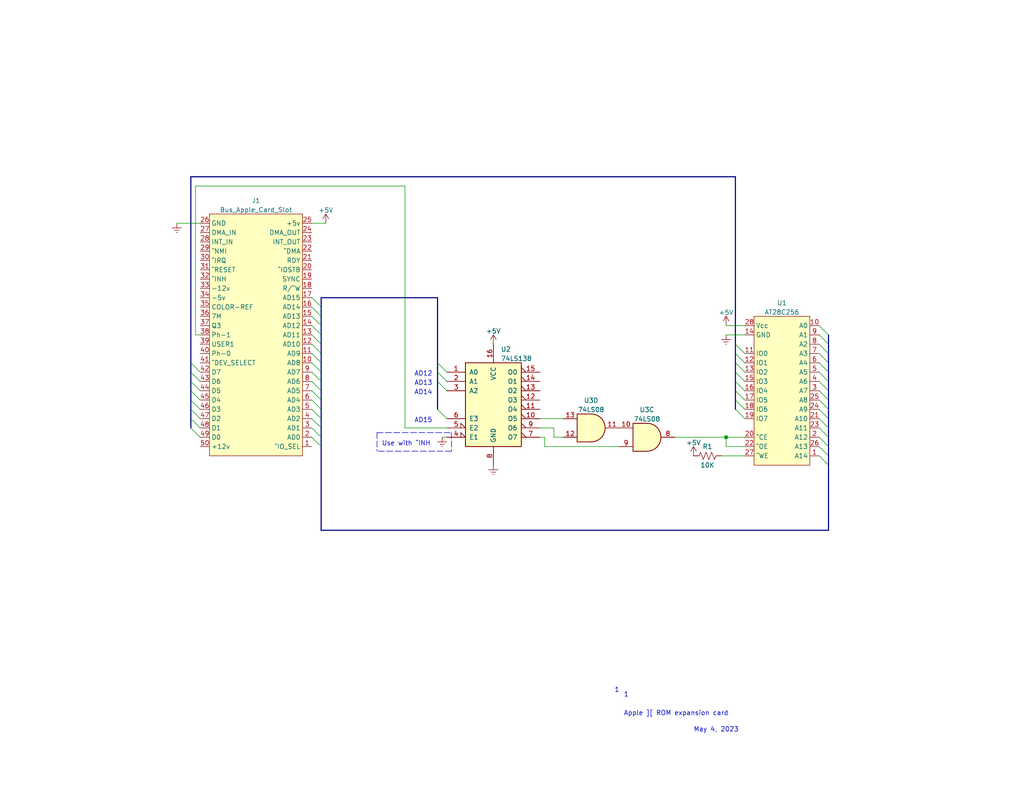
<source format=kicad_sch>
(kicad_sch (version 20211123) (generator eeschema)
  (paper "USLetter")
  (lib_symbols
    (symbol "74xx:74LS08" (pin_names (offset 1.016))
      (property "Reference" "U" (at 0 1.27 0))
      (property "Value" "74LS08" (at 0 -1.27 0))
      (symbol "74LS08_1_1"
        (arc (start 0 -3.81) (mid 3.81 0) (end 0 3.81) (stroke (width 0.254)) (fill (type background)))
        (polyline (pts (xy 0 3.81) (xy -3.81 3.81) (xy -3.81 -3.81) (xy 0 -3.81)) (stroke (width 0.254)) (fill (type background)))
        (pin input line (at -7.62 2.54 0) (length 3.81) (name "~") (number "1"))
        (pin input line (at -7.62 -2.54 0) (length 3.81) (name "~") (number "2"))
        (pin output line (at 7.62 0 180) (length 3.81) (name "~") (number "3"))
      )
      (symbol "74LS08_1_2"
        (arc (start -3.81 -3.81) (mid -2.589 0) (end -3.81 3.81) (stroke (width 0.254)))
        (arc (start -0.6096 -3.81) (mid 2.1855 -2.584) (end 3.81 0) (stroke (width 0.254)) (fill (type background)))
        (polyline (pts (xy -3.81 -3.81) (xy -0.635 -3.81)) (stroke (width 0.254)) (fill (type background)))
        (polyline (pts (xy -3.81 3.81) (xy -0.635 3.81)) (stroke (width 0.254)) (fill (type background)))
        (polyline (pts (xy -0.635 3.81) (xy -3.81 3.81) (xy -3.81 3.81) (xy -3.556 3.4036) (xy -3.0226 2.2606) (xy -2.6924 1.0414) (xy -2.6162 -0.254) (xy -2.7686 -1.4986) (xy -3.175 -2.7178) (xy -3.81 -3.81) (xy -3.81 -3.81) (xy -0.635 -3.81)) (stroke (width -25.4)) (fill (type background)))
        (arc (start 3.81 0) (mid 2.1928 2.5925) (end -0.6096 3.81) (stroke (width 0.254)) (fill (type background)))
        (pin input inverted (at -7.62 2.54 0) (length 4.318) (name "~") (number "1"))
        (pin input inverted (at -7.62 -2.54 0) (length 4.318) (name "~") (number "2"))
        (pin output inverted (at 7.62 0 180) (length 3.81) (name "~") (number "3"))
      )
      (symbol "74LS08_2_1"
        (arc (start 0 -3.81) (mid 3.81 0) (end 0 3.81) (stroke (width 0.254)) (fill (type background)))
        (polyline (pts (xy 0 3.81) (xy -3.81 3.81) (xy -3.81 -3.81) (xy 0 -3.81)) (stroke (width 0.254)) (fill (type background)))
        (pin input line (at -7.62 2.54 0) (length 3.81) (name "~") (number "4"))
        (pin input line (at -7.62 -2.54 0) (length 3.81) (name "~") (number "5"))
        (pin output line (at 7.62 0 180) (length 3.81) (name "~") (number "6"))
      )
      (symbol "74LS08_2_2"
        (arc (start -3.81 -3.81) (mid -2.589 0) (end -3.81 3.81) (stroke (width 0.254)))
        (arc (start -0.6096 -3.81) (mid 2.1855 -2.584) (end 3.81 0) (stroke (width 0.254)) (fill (type background)))
        (polyline (pts (xy -3.81 -3.81) (xy -0.635 -3.81)) (stroke (width 0.254)) (fill (type background)))
        (polyline (pts (xy -3.81 3.81) (xy -0.635 3.81)) (stroke (width 0.254)) (fill (type background)))
        (polyline (pts (xy -0.635 3.81) (xy -3.81 3.81) (xy -3.81 3.81) (xy -3.556 3.4036) (xy -3.0226 2.2606) (xy -2.6924 1.0414) (xy -2.6162 -0.254) (xy -2.7686 -1.4986) (xy -3.175 -2.7178) (xy -3.81 -3.81) (xy -3.81 -3.81) (xy -0.635 -3.81)) (stroke (width -25.4)) (fill (type background)))
        (arc (start 3.81 0) (mid 2.1928 2.5925) (end -0.6096 3.81) (stroke (width 0.254)) (fill (type background)))
        (pin input inverted (at -7.62 2.54 0) (length 4.318) (name "~") (number "4"))
        (pin input inverted (at -7.62 -2.54 0) (length 4.318) (name "~") (number "5"))
        (pin output inverted (at 7.62 0 180) (length 3.81) (name "~") (number "6"))
      )
      (symbol "74LS08_3_1"
        (arc (start 0 -3.81) (mid 3.81 0) (end 0 3.81) (stroke (width 0.254)) (fill (type background)))
        (polyline (pts (xy 0 3.81) (xy -3.81 3.81) (xy -3.81 -3.81) (xy 0 -3.81)) (stroke (width 0.254)) (fill (type background)))
        (pin input line (at -7.62 -2.54 0) (length 3.81) (name "~") (number "10"))
        (pin output line (at 7.62 0 180) (length 3.81) (name "~") (number "8"))
        (pin input line (at -7.62 2.54 0) (length 3.81) (name "~") (number "9"))
      )
      (symbol "74LS08_3_2"
        (arc (start -3.81 -3.81) (mid -2.589 0) (end -3.81 3.81) (stroke (width 0.254)))
        (arc (start -0.6096 -3.81) (mid 2.1855 -2.584) (end 3.81 0) (stroke (width 0.254)) (fill (type background)))
        (polyline (pts (xy -3.81 -3.81) (xy -0.635 -3.81)) (stroke (width 0.254)) (fill (type background)))
        (polyline (pts (xy -3.81 3.81) (xy -0.635 3.81)) (stroke (width 0.254)) (fill (type background)))
        (polyline (pts (xy -0.635 3.81) (xy -3.81 3.81) (xy -3.81 3.81) (xy -3.556 3.4036) (xy -3.0226 2.2606) (xy -2.6924 1.0414) (xy -2.6162 -0.254) (xy -2.7686 -1.4986) (xy -3.175 -2.7178) (xy -3.81 -3.81) (xy -3.81 -3.81) (xy -0.635 -3.81)) (stroke (width -25.4)) (fill (type background)))
        (arc (start 3.81 0) (mid 2.1928 2.5925) (end -0.6096 3.81) (stroke (width 0.254)) (fill (type background)))
        (pin input inverted (at -7.62 -2.54 0) (length 4.318) (name "~") (number "10"))
        (pin output inverted (at 7.62 0 180) (length 3.81) (name "~") (number "8"))
        (pin input inverted (at -7.62 2.54 0) (length 4.318) (name "~") (number "9"))
      )
      (symbol "74LS08_4_1"
        (arc (start 0 -3.81) (mid 3.81 0) (end 0 3.81) (stroke (width 0.254)) (fill (type background)))
        (polyline (pts (xy 0 3.81) (xy -3.81 3.81) (xy -3.81 -3.81) (xy 0 -3.81)) (stroke (width 0.254)) (fill (type background)))
        (pin output line (at 7.62 0 180) (length 3.81) (name "~") (number "11"))
        (pin input line (at -7.62 2.54 0) (length 3.81) (name "~") (number "12"))
        (pin input line (at -7.62 -2.54 0) (length 3.81) (name "~") (number "13"))
      )
      (symbol "74LS08_4_2"
        (arc (start -3.81 -3.81) (mid -2.589 0) (end -3.81 3.81) (stroke (width 0.254)))
        (arc (start -0.6096 -3.81) (mid 2.1855 -2.584) (end 3.81 0) (stroke (width 0.254)) (fill (type background)))
        (polyline (pts (xy -3.81 -3.81) (xy -0.635 -3.81)) (stroke (width 0.254)) (fill (type background)))
        (polyline (pts (xy -3.81 3.81) (xy -0.635 3.81)) (stroke (width 0.254)) (fill (type background)))
        (polyline (pts (xy -0.635 3.81) (xy -3.81 3.81) (xy -3.81 3.81) (xy -3.556 3.4036) (xy -3.0226 2.2606) (xy -2.6924 1.0414) (xy -2.6162 -0.254) (xy -2.7686 -1.4986) (xy -3.175 -2.7178) (xy -3.81 -3.81) (xy -3.81 -3.81) (xy -0.635 -3.81)) (stroke (width -25.4)) (fill (type background)))
        (arc (start 3.81 0) (mid 2.1928 2.5925) (end -0.6096 3.81) (stroke (width 0.254)) (fill (type background)))
        (pin output inverted (at 7.62 0 180) (length 3.81) (name "~") (number "11"))
        (pin input inverted (at -7.62 2.54 0) (length 4.318) (name "~") (number "12"))
        (pin input inverted (at -7.62 -2.54 0) (length 4.318) (name "~") (number "13"))
      )
      (symbol "74LS08_5_0"
        (pin power_in line (at 0 12.7 270) (length 5.08) (name "VCC") (number "14"))
        (pin power_in line (at 0 -12.7 90) (length 5.08) (name "GND") (number "7"))
      )
      (symbol "74LS08_5_1"
        (rectangle (start -5.08 7.62) (end 5.08 -7.62) (stroke (width 0.254)) (fill (type background)))
      )
    )
    (symbol "74xx:74LS138" (pin_names (offset 1.016))
      (property "Reference" "U" (at -7.62 11.43 0))
      (property "Value" "74LS138" (at -7.62 -13.97 0))
      (symbol "74LS138_1_0"
        (pin input line (at -12.7 7.62 0) (length 5.08) (name "A0") (number "1"))
        (pin output output_low (at 12.7 -5.08 180) (length 5.08) (name "O5") (number "10"))
        (pin output output_low (at 12.7 -2.54 180) (length 5.08) (name "O4") (number "11"))
        (pin output output_low (at 12.7 0 180) (length 5.08) (name "O3") (number "12"))
        (pin output output_low (at 12.7 2.54 180) (length 5.08) (name "O2") (number "13"))
        (pin output output_low (at 12.7 5.08 180) (length 5.08) (name "O1") (number "14"))
        (pin output output_low (at 12.7 7.62 180) (length 5.08) (name "O0") (number "15"))
        (pin power_in line (at 0 15.24 270) (length 5.08) (name "VCC") (number "16"))
        (pin input line (at -12.7 5.08 0) (length 5.08) (name "A1") (number "2"))
        (pin input line (at -12.7 2.54 0) (length 5.08) (name "A2") (number "3"))
        (pin input input_low (at -12.7 -10.16 0) (length 5.08) (name "E1") (number "4"))
        (pin input input_low (at -12.7 -7.62 0) (length 5.08) (name "E2") (number "5"))
        (pin input line (at -12.7 -5.08 0) (length 5.08) (name "E3") (number "6"))
        (pin output output_low (at 12.7 -10.16 180) (length 5.08) (name "O7") (number "7"))
        (pin power_in line (at 0 -17.78 90) (length 5.08) (name "GND") (number "8"))
        (pin output output_low (at 12.7 -7.62 180) (length 5.08) (name "O6") (number "9"))
      )
      (symbol "74LS138_1_1"
        (rectangle (start -7.62 10.16) (end 7.62 -12.7) (stroke (width 0.254)) (fill (type background)))
      )
    )
    (symbol "Device:R_US" (pin_numbers hide) (pin_names (offset 0))
      (property "Reference" "R" (at 2.54 0 90))
      (property "Value" "R_US" (at -2.54 0 90))
      (symbol "R_US_0_1"
        (polyline (pts (xy 0 -2.286) (xy 0 -2.54)))
        (polyline (pts (xy 0 2.286) (xy 0 2.54)))
        (polyline (pts (xy 0 -0.762) (xy 1.016 -1.143) (xy 0 -1.524) (xy -1.016 -1.905) (xy 0 -2.286)))
        (polyline (pts (xy 0 0.762) (xy 1.016 0.381) (xy 0 0) (xy -1.016 -0.381) (xy 0 -0.762)))
        (polyline (pts (xy 0 2.286) (xy 1.016 1.905) (xy 0 1.524) (xy -1.016 1.143) (xy 0 0.762)))
      )
      (symbol "R_US_1_1"
        (pin passive line (at 0 3.81 270) (length 1.27) (name "~") (number "1"))
        (pin passive line (at 0 -3.81 90) (length 1.27) (name "~") (number "2"))
      )
    )
    (symbol "apple:AT28C256"
      (property "Reference" "U?" (at 0 0 0))
      (property "Value" "AT28C256" (at 2.54 -43.18 0))
      (symbol "AT28C256_0_1"
        (rectangle (start -2.54 -1.27) (end 12.7 -41.91) (stroke (width 0.1524)) (fill (type background)))
      )
      (symbol "AT28C256_1_1"
        (pin output line (at 15.24 -39.37 180) (length 2.54) (name "A14") (number "1"))
        (pin output line (at 15.24 -3.81 180) (length 2.54) (name "A0") (number "10"))
        (pin output line (at -5.08 -11.43 0) (length 2.54) (name "IO0") (number "11"))
        (pin output line (at -5.08 -13.97 0) (length 2.54) (name "IO1") (number "12"))
        (pin output line (at -5.08 -16.51 0) (length 2.54) (name "IO2") (number "13"))
        (pin output line (at -5.08 -6.35 0) (length 2.54) (name "GND") (number "14"))
        (pin output line (at -5.08 -19.05 0) (length 2.54) (name "IO3") (number "15"))
        (pin output line (at -5.08 -21.59 0) (length 2.54) (name "IO4") (number "16"))
        (pin output line (at -5.08 -24.13 0) (length 2.54) (name "IO5") (number "17"))
        (pin output line (at -5.08 -26.67 0) (length 2.54) (name "IO6") (number "18"))
        (pin output line (at -5.08 -29.21 0) (length 2.54) (name "IO7") (number "19"))
        (pin output line (at 15.24 -34.29 180) (length 2.54) (name "A12") (number "2"))
        (pin output line (at -5.08 -34.29 0) (length 2.54) (name "^CE") (number "20"))
        (pin output line (at 15.24 -29.21 180) (length 2.54) (name "A10") (number "21"))
        (pin output line (at -5.08 -36.83 0) (length 2.54) (name "^OE") (number "22"))
        (pin output line (at 15.24 -31.75 180) (length 2.54) (name "A11") (number "23"))
        (pin output line (at 15.24 -26.67 180) (length 2.54) (name "A9") (number "24"))
        (pin output line (at 15.24 -24.13 180) (length 2.54) (name "A8") (number "25"))
        (pin output line (at 15.24 -36.83 180) (length 2.54) (name "A13") (number "26"))
        (pin output line (at -5.08 -39.37 0) (length 2.54) (name "^WE") (number "27"))
        (pin output line (at -5.08 -3.81 0) (length 2.54) (name "Vcc") (number "28"))
        (pin output line (at 15.24 -21.59 180) (length 2.54) (name "A7") (number "3"))
        (pin output line (at 15.24 -19.05 180) (length 2.54) (name "A6") (number "4"))
        (pin output line (at 15.24 -16.51 180) (length 2.54) (name "A5") (number "5"))
        (pin output line (at 15.24 -13.97 180) (length 2.54) (name "A4") (number "6"))
        (pin output line (at 15.24 -11.43 180) (length 2.54) (name "A3") (number "7"))
        (pin output line (at 15.24 -8.89 180) (length 2.54) (name "A2") (number "8"))
        (pin output line (at 15.24 -6.35 180) (length 2.54) (name "A1") (number "9"))
      )
    )
    (symbol "apple:Bus_Apple_Card_Slot"
      (property "Reference" "J?" (at 0 34.29 0))
      (property "Value" "Bus_Apple_Card_Slot" (at 0 31.75 0))
      (symbol "Bus_Apple_Card_Slot_0_1"
        (rectangle (start -12.7 30.48) (end 12.7 -35.56) (stroke (width 0.1524)) (fill (type background)))
      )
      (symbol "Bus_Apple_Card_Slot_1_1"
        (pin output line (at 15.24 -33.02 180) (length 2.54) (name "^IO_SEL") (number "1"))
        (pin output line (at 15.24 -10.16 180) (length 2.54) (name "AD8") (number "10"))
        (pin output line (at 15.24 -7.62 180) (length 2.54) (name "AD9") (number "11"))
        (pin output line (at 15.24 -5.08 180) (length 2.54) (name "AD10") (number "12"))
        (pin output line (at 15.24 -2.54 180) (length 2.54) (name "AD11") (number "13"))
        (pin output line (at 15.24 0 180) (length 2.54) (name "AD12") (number "14"))
        (pin output line (at 15.24 2.54 180) (length 2.54) (name "AD13") (number "15"))
        (pin output line (at 15.24 5.08 180) (length 2.54) (name "AD14") (number "16"))
        (pin output line (at 15.24 7.62 180) (length 2.54) (name "AD15") (number "17"))
        (pin output line (at 15.24 10.16 180) (length 2.54) (name "R/^W") (number "18"))
        (pin output line (at 15.24 12.7 180) (length 2.54) (name "SYNC") (number "19"))
        (pin output line (at 15.24 -30.48 180) (length 2.54) (name "AD0") (number "2"))
        (pin output line (at 15.24 15.24 180) (length 2.54) (name "^IOSTB") (number "20"))
        (pin output line (at 15.24 17.78 180) (length 2.54) (name "RDY") (number "21"))
        (pin output line (at 15.24 20.32 180) (length 2.54) (name "^DMA") (number "22"))
        (pin output line (at 15.24 22.86 180) (length 2.54) (name "INT_OUT") (number "23"))
        (pin output line (at 15.24 25.4 180) (length 2.54) (name "DMA_OUT") (number "24"))
        (pin output line (at 15.24 27.94 180) (length 2.54) (name "+5v") (number "25"))
        (pin output line (at -15.24 27.94 0) (length 2.54) (name "GND") (number "26"))
        (pin output line (at -15.24 25.4 0) (length 2.54) (name "DMA_IN") (number "27"))
        (pin output line (at -15.24 22.86 0) (length 2.54) (name "INT_IN") (number "28"))
        (pin output line (at -15.24 20.32 0) (length 2.54) (name "^NMI") (number "29"))
        (pin output line (at 15.24 -27.94 180) (length 2.54) (name "AD1") (number "3"))
        (pin output line (at -15.24 17.78 0) (length 2.54) (name "^IRQ") (number "30"))
        (pin output line (at -15.24 15.24 0) (length 2.54) (name "^RESET") (number "31"))
        (pin output line (at -15.24 12.7 0) (length 2.54) (name "^INH") (number "32"))
        (pin output line (at -15.24 10.16 0) (length 2.54) (name "-12v") (number "33"))
        (pin output line (at -15.24 7.62 0) (length 2.54) (name "-5v") (number "34"))
        (pin output line (at -15.24 5.08 0) (length 2.54) (name "COLOR-REF") (number "35"))
        (pin output line (at -15.24 2.54 0) (length 2.54) (name "7M") (number "36"))
        (pin output line (at -15.24 0 0) (length 2.54) (name "Q3") (number "37"))
        (pin output line (at -15.24 -2.54 0) (length 2.54) (name "Ph-1") (number "38"))
        (pin output line (at -15.24 -5.08 0) (length 2.54) (name "USER1") (number "39"))
        (pin output line (at 15.24 -25.4 180) (length 2.54) (name "AD2") (number "4"))
        (pin output line (at -15.24 -7.62 0) (length 2.54) (name "Ph-0") (number "40"))
        (pin output line (at -15.24 -10.16 0) (length 2.54) (name "^DEV_SELECT") (number "41"))
        (pin output line (at -15.24 -12.7 0) (length 2.54) (name "D7") (number "42"))
        (pin output line (at -15.24 -15.24 0) (length 2.54) (name "D6") (number "43"))
        (pin output line (at -15.24 -17.78 0) (length 2.54) (name "D5") (number "44"))
        (pin output line (at -15.24 -20.32 0) (length 2.54) (name "D4") (number "45"))
        (pin output line (at -15.24 -22.86 0) (length 2.54) (name "D3") (number "46"))
        (pin output line (at -15.24 -25.4 0) (length 2.54) (name "D2") (number "47"))
        (pin output line (at -15.24 -27.94 0) (length 2.54) (name "D1") (number "48"))
        (pin output line (at -15.24 -30.48 0) (length 2.54) (name "D0") (number "49"))
        (pin output line (at 15.24 -22.86 180) (length 2.54) (name "AD3") (number "5"))
        (pin output line (at -15.24 -33.02 0) (length 2.54) (name "+12v") (number "50"))
        (pin output line (at 15.24 -20.32 180) (length 2.54) (name "AD4") (number "6"))
        (pin output line (at 15.24 -17.78 180) (length 2.54) (name "AD5") (number "7"))
        (pin output line (at 15.24 -15.24 180) (length 2.54) (name "AD6") (number "8"))
        (pin output line (at 15.24 -12.7 180) (length 2.54) (name "AD7") (number "9"))
      )
    )
    (symbol "power:+5V" (power) (pin_names (offset 0))
      (property "Value" "+5V" (at 0 3.556 0))
      (symbol "+5V_0_1"
        (polyline (pts (xy -0.762 1.27) (xy 0 2.54)))
        (polyline (pts (xy 0 0) (xy 0 2.54)))
        (polyline (pts (xy 0 2.54) (xy 0.762 1.27)))
      )
      (symbol "+5V_1_1"
        (pin power_in line (at 0 0 90) (length 0) hide (name "+5V") (number "1"))
      )
    )
    (symbol "power:GNDREF" (power) (pin_names (offset 0))
      (property "Value" "GNDREF" (at 0 -3.81 0))
      (symbol "GNDREF_0_1"
        (polyline (pts (xy -0.635 -1.905) (xy 0.635 -1.905)))
        (polyline (pts (xy -0.127 -2.54) (xy 0.127 -2.54)))
        (polyline (pts (xy 0 -1.27) (xy 0 0)))
        (polyline (pts (xy 1.27 -1.27) (xy -1.27 -1.27)))
      )
      (symbol "GNDREF_1_1"
        (pin power_in line (at 0 0 270) (length 0) hide (name "GNDREF") (number "1"))
      )
    )
  )
  (junction (at 198.12 119.38))
  (bus_entry (at 54.61 104.14) (size -2.54 -2.54))
  (bus_entry (at 54.61 111.76) (size -2.54 -2.54))
  (bus_entry (at 203.2 109.22) (size -2.54 -2.54))
  (bus_entry (at 85.09 101.6) (size 2.54 2.54))
  (bus_entry (at 85.09 104.14) (size 2.54 2.54))
  (bus_entry (at 85.09 86.36) (size 2.54 2.54))
  (bus_entry (at 85.09 81.28) (size 2.54 2.54))
  (bus_entry (at 85.09 88.9) (size 2.54 2.54))
  (bus_entry (at 85.09 83.82) (size 2.54 2.54))
  (bus_entry (at 85.09 99.06) (size 2.54 2.54))
  (bus_entry (at 85.09 96.52) (size 2.54 2.54))
  (bus_entry (at 85.09 91.44) (size 2.54 2.54))
  (bus_entry (at 85.09 93.98) (size 2.54 2.54))
  (bus_entry (at 85.09 114.3) (size 2.54 2.54))
  (bus_entry (at 85.09 116.84) (size 2.54 2.54))
  (bus_entry (at 85.09 119.38) (size 2.54 2.54))
  (bus_entry (at 85.09 111.76) (size 2.54 2.54))
  (bus_entry (at 85.09 109.22) (size 2.54 2.54))
  (bus_entry (at 85.09 106.68) (size 2.54 2.54))
  (bus_entry (at 54.61 109.22) (size -2.54 -2.54))
  (bus_entry (at 203.2 99.06) (size -2.54 -2.54))
  (bus_entry (at 203.2 106.68) (size -2.54 -2.54))
  (bus_entry (at 203.2 96.52) (size -2.54 -2.54))
  (bus_entry (at 54.61 106.68) (size -2.54 -2.54))
  (bus_entry (at 54.61 114.3) (size -2.54 -2.54))
  (bus_entry (at 119.38 111.76) (size 2.54 2.54))
  (bus_entry (at 119.38 101.6) (size 2.54 2.54))
  (bus_entry (at 119.38 104.14) (size 2.54 2.54))
  (bus_entry (at 119.38 99.06) (size 2.54 2.54))
  (bus_entry (at 203.2 111.76) (size -2.54 -2.54))
  (bus_entry (at 54.61 116.84) (size -2.54 -2.54))
  (bus_entry (at 203.2 101.6) (size -2.54 -2.54))
  (bus_entry (at 203.2 104.14) (size -2.54 -2.54))
  (bus_entry (at 223.52 93.98) (size 2.54 2.54))
  (bus_entry (at 223.52 99.06) (size 2.54 2.54))
  (bus_entry (at 223.52 91.44) (size 2.54 2.54))
  (bus_entry (at 223.52 88.9) (size 2.54 2.54))
  (bus_entry (at 223.52 116.84) (size 2.54 2.54))
  (bus_entry (at 223.52 114.3) (size 2.54 2.54))
  (bus_entry (at 223.52 106.68) (size 2.54 2.54))
  (bus_entry (at 223.52 109.22) (size 2.54 2.54))
  (bus_entry (at 223.52 111.76) (size 2.54 2.54))
  (bus_entry (at 223.52 121.92) (size 2.54 2.54))
  (bus_entry (at 223.52 124.46) (size 2.54 2.54))
  (bus_entry (at 223.52 119.38) (size 2.54 2.54))
  (bus_entry (at 223.52 104.14) (size 2.54 2.54))
  (bus_entry (at 223.52 101.6) (size 2.54 2.54))
  (bus_entry (at 223.52 96.52) (size 2.54 2.54))
  (bus_entry (at 203.2 114.3) (size -2.54 -2.54))
  (bus_entry (at 54.61 101.6) (size -2.54 -2.54))
  (bus_entry (at 54.61 119.38) (size -2.54 -2.54))
  (bus (pts (xy 226.06 127) (xy 226.06 144.78)))
  (bus (pts (xy 119.38 99.06) (xy 119.38 101.6)))
  (bus (pts (xy 87.63 114.3) (xy 87.63 116.84)))
  (bus (pts (xy 52.07 116.84) (xy 52.07 114.3)))
  (bus (pts (xy 226.06 109.22) (xy 226.06 111.76)))
  (bus (pts (xy 87.63 96.52) (xy 87.63 99.06)))
  (bus (pts (xy 200.66 104.14) (xy 200.66 106.68)))
  (wire (pts (xy 54.61 91.44) (xy 53.34 91.44)))
  (bus (pts (xy 226.06 116.84) (xy 226.06 119.38)))
  (bus (pts (xy 200.66 101.6) (xy 200.66 104.14)))
  (bus (pts (xy 87.63 104.14) (xy 87.63 106.68)))
  (bus (pts (xy 226.06 124.46) (xy 226.06 127)))
  (bus (pts (xy 87.63 111.76) (xy 87.63 114.3)))
  (wire (pts (xy 198.12 121.92) (xy 203.2 121.92)))
  (polyline (pts (xy 102.87 118.11) (xy 102.87 123.19)))
  (wire (pts (xy 198.12 91.44) (xy 203.2 91.44)))
  (bus (pts (xy 87.63 116.84) (xy 87.63 119.38)))
  (wire (pts (xy 53.34 50.8) (xy 110.49 50.8)))
  (wire (pts (xy 110.49 116.84) (xy 121.92 116.84)))
  (wire (pts (xy 184.15 119.38) (xy 198.12 119.38)))
  (bus (pts (xy 87.63 83.82) (xy 87.63 81.28)))
  (bus (pts (xy 87.63 101.6) (xy 87.63 104.14)))
  (wire (pts (xy 48.26 60.96) (xy 54.61 60.96)))
  (bus (pts (xy 200.66 48.26) (xy 200.66 93.98)))
  (bus (pts (xy 226.06 111.76) (xy 226.06 114.3)))
  (bus (pts (xy 52.07 48.26) (xy 200.66 48.26)))
  (wire (pts (xy 198.12 119.38) (xy 198.12 121.92)))
  (bus (pts (xy 226.06 119.38) (xy 226.06 121.92)))
  (wire (pts (xy 120.65 119.38) (xy 121.92 119.38)))
  (bus (pts (xy 226.06 106.68) (xy 226.06 109.22)))
  (bus (pts (xy 87.63 81.28) (xy 119.38 81.28)))
  (bus (pts (xy 226.06 96.52) (xy 226.06 99.06)))
  (polyline (pts (xy 123.19 118.11) (xy 123.19 123.19)))
  (bus (pts (xy 52.07 104.14) (xy 52.07 101.6)))
  (bus (pts (xy 52.07 114.3) (xy 52.07 111.76)))
  (bus (pts (xy 226.06 99.06) (xy 226.06 101.6)))
  (bus (pts (xy 87.63 93.98) (xy 87.63 96.52)))
  (bus (pts (xy 87.63 121.92) (xy 87.63 144.78)))
  (wire (pts (xy 151.13 116.84) (xy 151.13 119.38)))
  (bus (pts (xy 119.38 104.14) (xy 119.38 111.76)))
  (bus (pts (xy 52.07 111.76) (xy 52.07 109.22)))
  (bus (pts (xy 226.06 104.14) (xy 226.06 106.68)))
  (wire (pts (xy 198.12 119.38) (xy 203.2 119.38)))
  (bus (pts (xy 226.06 121.92) (xy 226.06 124.46)))
  (wire (pts (xy 196.85 124.46) (xy 203.2 124.46)))
  (bus (pts (xy 87.63 119.38) (xy 87.63 121.92)))
  (bus (pts (xy 87.63 91.44) (xy 87.63 93.98)))
  (polyline (pts (xy 123.19 123.19) (xy 102.87 123.19)))
  (bus (pts (xy 226.06 91.44) (xy 226.06 93.98)))
  (bus (pts (xy 200.66 106.68) (xy 200.66 109.22)))
  (wire (pts (xy 147.32 116.84) (xy 151.13 116.84)))
  (bus (pts (xy 200.66 109.22) (xy 200.66 111.76)))
  (bus (pts (xy 226.06 93.98) (xy 226.06 96.52)))
  (bus (pts (xy 87.63 86.36) (xy 87.63 88.9)))
  (wire (pts (xy 110.49 50.8) (xy 110.49 116.84)))
  (bus (pts (xy 87.63 106.68) (xy 87.63 109.22)))
  (bus (pts (xy 226.06 114.3) (xy 226.06 116.84)))
  (bus (pts (xy 52.07 106.68) (xy 52.07 104.14)))
  (polyline (pts (xy 102.87 118.11) (xy 123.19 118.11)))
  (bus (pts (xy 87.63 88.9) (xy 87.63 91.44)))
  (bus (pts (xy 87.63 144.78) (xy 226.06 144.78)))
  (bus (pts (xy 226.06 101.6) (xy 226.06 104.14)))
  (bus (pts (xy 200.66 93.98) (xy 200.66 96.52)))
  (bus (pts (xy 87.63 83.82) (xy 87.63 86.36)))
  (bus (pts (xy 119.38 101.6) (xy 119.38 104.14)))
  (bus (pts (xy 200.66 99.06) (xy 200.66 101.6)))
  (wire (pts (xy 148.59 121.92) (xy 168.91 121.92)))
  (wire (pts (xy 85.09 60.96) (xy 88.9 60.96)))
  (wire (pts (xy 198.12 88.9) (xy 203.2 88.9)))
  (bus (pts (xy 87.63 99.06) (xy 87.63 101.6)))
  (bus (pts (xy 52.07 101.6) (xy 52.07 99.06)))
  (wire (pts (xy 151.13 119.38) (xy 153.67 119.38)))
  (wire (pts (xy 53.34 91.44) (xy 53.34 50.8)))
  (bus (pts (xy 52.07 99.06) (xy 52.07 48.26)))
  (bus (pts (xy 119.38 81.28) (xy 119.38 99.06)))
  (bus (pts (xy 52.07 109.22) (xy 52.07 106.68)))
  (bus (pts (xy 87.63 109.22) (xy 87.63 111.76)))
  (wire (pts (xy 147.32 114.3) (xy 153.67 114.3)))
  (wire (pts (xy 147.32 119.38) (xy 148.59 119.38)))
  (wire (pts (xy 148.59 119.38) (xy 148.59 121.92)))
  (bus (pts (xy 200.66 96.52) (xy 200.66 99.06)))
  (text "Apple ][ ROM expansion card" (at 170.18 195.58 0) (effects (font (size 1.27 1.27)) (justify left bottom)))
  (text "1" (at 170.18 190.5 0) (effects (font (size 1.27 1.27)) (justify left bottom)))
  (text "AD15" (at 113.03 115.57 0) (effects (font (size 1.27 1.27)) (justify left bottom)))
  (text "AD14" (at 113.03 107.95 0) (effects (font (size 1.27 1.27)) (justify left bottom)))
  (text "1" (at 167.64 189.23 0) (effects (font (size 1.27 1.27)) (justify left bottom)))
  (text "Use with ^INH" (at 104.14 121.92 0) (effects (font (size 1.27 1.27)) (justify left bottom)))
  (text "AD13" (at 113.03 105.41 0) (effects (font (size 1.27 1.27)) (justify left bottom)))
  (text "May 4, 2023" (at 189.23 200.025 0) (effects (font (size 1.27 1.27)) (justify left bottom)))
  (text "AD12" (at 113.03 102.87 0) (effects (font (size 1.27 1.27)) (justify left bottom)))
  (symbol (lib_id "74xx:74LS138") (at 134.62 109.22 0) (unit 1)
    (property "Reference" "U2" (at 136.6394 95.3602 0) (effects (justify left)))
    (property "Value" "74LS138" (at 136.6394 97.8971 0) (effects (justify left)))
    (property "Footprint" "Package_DIP:DIP-16_W7.62mm_Socket_LongPads" (effects hide))
    (property "Datasheet" "http://www.ti.com/lit/gpn/sn74LS138" (effects hide))
  )
  (symbol (lib_id "power:+5V") (at 198.12 88.9 0) (unit 1)
    (property "Reference" "#PWR?" (effects hide))
    (property "Value" "+5V" (at 198.12 85.3242 0))
  )
  (symbol (lib_id "apple:Bus_Apple_Card_Slot") (at 69.85 88.9 0) (unit 1)
    (property "Reference" "J1" (at 69.85 54.771 0))
    (property "Value" "Bus_Apple_Card_Slot" (at 69.85 57.3079 0))
  )
  (symbol (lib_id "power:GNDREF") (at 198.12 91.44 0) (unit 1)
    (property "Reference" "#PWR?" (effects hide))
    (property "Value" "GNDREF" (effects hide))
  )
  (symbol (lib_id "power:+5V") (at 189.23 124.46 0) (unit 1)
    (property "Reference" "#PWR?" (effects hide))
    (property "Value" "+5V" (at 189.23 120.8842 0))
  )
  (symbol (lib_id "Device:R_US") (at 193.04 124.46 270) (unit 1)
    (property "Reference" "R1" (at 193.04 121.92 90))
    (property "Value" "10K" (at 193.04 127 90))
  )
  (symbol (lib_id "power:GNDREF") (at 48.26 60.96 0) (unit 1)
    (property "Reference" "#PWR?" (effects hide))
    (property "Value" "GNDREF" (effects hide))
  )
  (symbol (lib_id "power:GNDREF") (at 120.65 119.38 0) (unit 1)
    (property "Reference" "#PWR?" (effects hide))
    (property "Value" "GNDREF" (effects hide))
  )
  (symbol (lib_id "power:+5V") (at 134.62 93.98 0) (unit 1)
    (property "Reference" "#PWR?" (effects hide))
    (property "Value" "+5V" (at 134.62 90.4042 0))
  )
  (symbol (lib_id "power:+5V") (at 88.9 60.96 0) (unit 1)
    (property "Reference" "#PWR?" (effects hide))
    (property "Value" "+5V" (at 88.9 57.3842 0))
  )
  (symbol (lib_id "74xx:74LS08") (at 161.29 116.84 0) (mirror x) (unit 4)
    (property "Reference" "U3" (at 161.29 109.3302 0))
    (property "Value" "74LS08" (at 161.29 111.8671 0))
    (property "Footprint" "Package_DIP:DIP-14_W7.62mm_Socket_LongPads" (effects hide))
    (property "Datasheet" "http://www.ti.com/lit/gpn/sn74LS08" (effects hide))
  )
  (symbol (lib_id "apple:AT28C256") (at 208.28 85.09 0) (unit 1)
    (property "Reference" "U1" (at 213.36 82.711 0))
    (property "Value" "AT28C256" (at 213.36 85.2479 0))
    (property "Footprint" "Package_DIP:DIP-28_W15.24mm_Socket_LongPads" (effects hide))
  )
  (symbol (lib_id "power:GNDREF") (at 134.62 127 0) (unit 1)
    (property "Reference" "#PWR?" (effects hide))
    (property "Value" "GNDREF" (effects hide))
  )
  (symbol (lib_id "74xx:74LS08") (at 176.53 119.38 0) (mirror x) (unit 3)
    (property "Reference" "U3" (at 176.53 111.8702 0))
    (property "Value" "74LS08" (at 176.53 114.4071 0))
    (property "Footprint" "Package_DIP:DIP-14_W7.62mm_Socket_LongPads" (effects hide))
    (property "Datasheet" "http://www.ti.com/lit/gpn/sn74LS08" (effects hide))
  )
)
</source>
